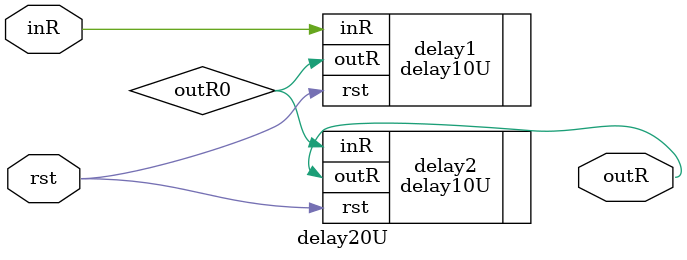
<source format=v>
`timescale 1ns / 1ps

module delay20U(inR, outR, rst);
input inR, rst;
output outR;

wire outR0;


delay10U delay1(.inR(inR  ), .outR(outR0), .rst(rst));
delay10U delay2(.inR(outR0), .outR(outR), .rst(rst));

endmodule


</source>
